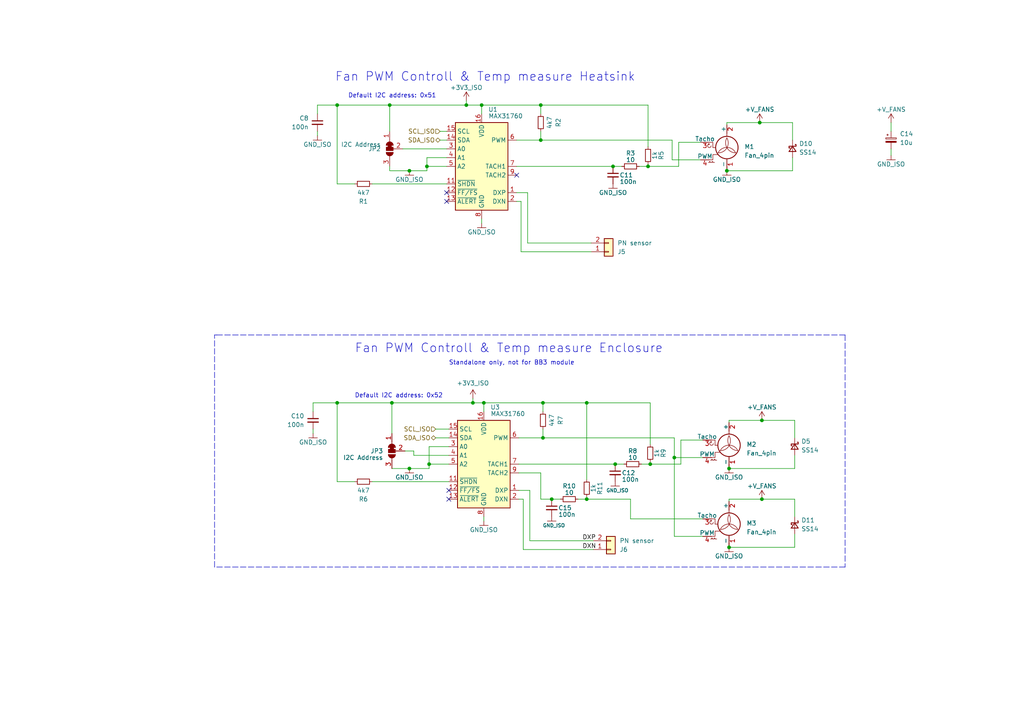
<source format=kicad_sch>
(kicad_sch (version 20230121) (generator eeschema)
  (paper "A4")
  (title_block (title "EL-Load-Power-MCU") (date "2024-02-04") (rev "${VERSION}r${PCBVERSION}"))
  (lib_symbols
    (symbol "Connector_Generic:Conn_01x02" (pin_names (offset 1.016) hide)
      (property "Reference" "J" (at 0 2.54 0))
      (property "Value" "Conn_01x02" (at 0 -5.08 0))
      (symbol "Conn_01x02_1_1"
        (rectangle (start -1.27 -2.413) (end 0 -2.667) (stroke (width 0.1524)))
        (rectangle (start -1.27 0.127) (end 0 -0.127) (stroke (width 0.1524)))
        (rectangle (start -1.27 1.27) (end 1.27 -3.81) (stroke (width 0.254)) (fill (type background)))
        (pin passive line (at -5.08 0 0) (length 3.81) (name "Pin_1") (number "1"))
        (pin passive line (at -5.08 -2.54 0) (length 3.81) (name "Pin_2") (number "2"))
      )
    )
    (symbol "Device:C_Polarized_Small" (pin_numbers hide) (pin_names (offset 0.254) hide)
      (property "Reference" "C" (at 0.254 1.778 0))
      (property "Value" "C_Polarized_Small" (at 0.254 -2.032 0))
      (symbol "C_Polarized_Small_0_1"
        (rectangle (start -1.524 -0.3048) (end 1.524 -0.6858) (fill (type outline)))
        (rectangle (start -1.524 0.6858) (end 1.524 0.3048))
        (polyline (pts (xy -1.27 1.524) (xy -0.762 1.524)))
        (polyline (pts (xy -1.016 1.27) (xy -1.016 1.778)))
      )
      (symbol "C_Polarized_Small_1_1"
        (pin passive line (at 0 2.54 270) (length 1.8542) (name "~") (number "1"))
        (pin passive line (at 0 -2.54 90) (length 1.8542) (name "~") (number "2"))
      )
    )
    (symbol "Device:C_Small" (pin_numbers hide) (pin_names (offset 0.254) hide)
      (property "Reference" "C" (at 0.254 1.778 0))
      (property "Value" "C_Small" (at 0.254 -2.032 0))
      (symbol "C_Small_0_1"
        (polyline (pts (xy -1.524 -0.508) (xy 1.524 -0.508)) (stroke (width 0.3302)))
        (polyline (pts (xy -1.524 0.508) (xy 1.524 0.508)) (stroke (width 0.3048)))
      )
      (symbol "C_Small_1_1"
        (pin passive line (at 0 2.54 270) (length 2.032) (name "~") (number "1"))
        (pin passive line (at 0 -2.54 90) (length 2.032) (name "~") (number "2"))
      )
    )
    (symbol "Device:D_Schottky_Small" (pin_numbers hide) (pin_names (offset 0.254) hide)
      (property "Reference" "D" (at -1.27 2.032 0))
      (property "Value" "D_Schottky_Small" (at -7.112 -2.032 0))
      (symbol "D_Schottky_Small_0_1"
        (polyline (pts (xy -0.762 0) (xy 0.762 0)))
        (polyline (pts (xy 0.762 -1.016) (xy -0.762 0) (xy 0.762 1.016) (xy 0.762 -1.016)) (stroke (width 0.254)))
        (polyline (pts (xy -1.27 0.762) (xy -1.27 1.016) (xy -0.762 1.016) (xy -0.762 -1.016) (xy -0.254 -1.016) (xy -0.254 -0.762)) (stroke (width 0.254)))
      )
      (symbol "D_Schottky_Small_1_1"
        (pin passive line (at -2.54 0 0) (length 1.778) (name "K") (number "1"))
        (pin passive line (at 2.54 0 180) (length 1.778) (name "A") (number "2"))
      )
    )
    (symbol "Device:R_Small" (pin_numbers hide) (pin_names (offset 0.254) hide)
      (property "Reference" "R" (at 0.762 0.508 0))
      (property "Value" "R_Small" (at 0.762 -1.016 0))
      (symbol "R_Small_0_1"
        (rectangle (start -0.762 1.778) (end 0.762 -1.778) (stroke (width 0.2032)))
      )
      (symbol "R_Small_1_1"
        (pin passive line (at 0 2.54 270) (length 0.762) (name "~") (number "1"))
        (pin passive line (at 0 -2.54 90) (length 0.762) (name "~") (number "2"))
      )
    )
    (symbol "EL-Load-Power:+3V3 ISO" (power) (pin_names (offset 0))
      (property "Value" "+3V3 ISO" (at 0 3.556 0))
      (symbol "+3V3 ISO_0_1"
        (polyline (pts (xy -0.762 1.27) (xy 0 2.54)))
        (polyline (pts (xy 0 0) (xy 0 2.54)))
        (polyline (pts (xy 0 2.54) (xy 0.762 1.27)))
      )
      (symbol "+3V3 ISO_1_1"
        (pin power_in line (at 0 0 90) (length 0) hide (name "+3V3_ISO") (number "1"))
      )
    )
    (symbol "EL-Load-Power:+V Fan" (power) (pin_names (offset 0))
      (property "Value" "+V Fan" (at 0 3.556 0))
      (symbol "+V Fan_0_1"
        (polyline (pts (xy -0.762 1.27) (xy 0 2.54)))
        (polyline (pts (xy 0 0) (xy 0 2.54)))
        (polyline (pts (xy 0 2.54) (xy 0.762 1.27)))
      )
      (symbol "+V Fan_1_1"
        (pin power_in line (at 0 0 90) (length 0) hide (name "+V_FANS") (number "1"))
      )
    )
    (symbol "EL-Load-Power:GND ISO" (power) (pin_names (offset 0))
      (property "Value" "GND ISO" (at 0 -3.81 0))
      (symbol "GND ISO_0_1"
        (polyline (pts (xy 0 0) (xy 0 -1.27) (xy 1.27 -1.27) (xy 0 -1.27) (xy -1.27 -1.27) (xy 0 -1.27)))
      )
      (symbol "GND ISO_1_1"
        (pin power_in line (at 0 0 270) (length 0) hide (name "GND_ISO") (number "1"))
      )
    )
    (symbol "EL-Load:MAX31760"
      (property "Reference" "U" (at -7.62 13.97 0))
      (property "Value" "MAX31760" (at 1.27 13.97 0))
      (symbol "MAX31760_0_0"
        (rectangle (start -7.62 12.7) (end 7.62 -12.7) (stroke (width 0.254)) (fill (type background)))
      )
      (symbol "MAX31760_1_1"
        (pin input line (at 10.16 -7.62 180) (length 2.54) (name "DXP") (number "1"))
        (pin no_connect line (at 10.16 2.54 180) (length 2.54) hide (name "N.C.") (number "10"))
        (pin input line (at -10.16 -5.08 0) (length 2.54) (name "~{SHDN}") (number "11"))
        (pin input line (at -10.16 -7.62 0) (length 2.54) (name "~{FF/FS}") (number "12"))
        (pin output line (at -10.16 -10.16 0) (length 2.54) (name "~{ALERT}") (number "13"))
        (pin bidirectional line (at -10.16 7.62 0) (length 2.54) (name "SDA") (number "14"))
        (pin input line (at -10.16 10.16 0) (length 2.54) (name "SCL") (number "15"))
        (pin power_in line (at 0 15.24 270) (length 2.54) (name "VDD") (number "16"))
        (pin input line (at 10.16 -10.16 180) (length 2.54) (name "DXN") (number "2"))
        (pin input line (at -10.16 5.08 0) (length 2.54) (name "A0") (number "3"))
        (pin input line (at -10.16 2.54 0) (length 2.54) (name "A1") (number "4"))
        (pin input line (at -10.16 0 0) (length 2.54) (name "A2") (number "5"))
        (pin output line (at 10.16 7.62 180) (length 2.54) (name "PWM") (number "6"))
        (pin passive line (at 10.16 0 180) (length 2.54) (name "TACH1") (number "7"))
        (pin input line (at 0 -15.24 90) (length 2.54) (name "GND") (number "8"))
        (pin input line (at 10.16 -2.54 180) (length 2.54) (name "TACH2") (number "9"))
      )
    )
    (symbol "Jumper:SolderJumper_3_Bridged12" (pin_names (offset 0) hide)
      (property "Reference" "JP" (at -2.54 -2.54 0))
      (property "Value" "SolderJumper_3_Bridged12" (at 0 2.794 0))
      (symbol "SolderJumper_3_Bridged12_0_1"
        (rectangle (start -1.016 0.508) (end -0.508 -0.508) (fill (type outline)))
        (arc (start -1.016 1.016) (mid -2.0276 0) (end -1.016 -1.016))
        (arc (start -1.016 1.016) (mid -2.0276 0) (end -1.016 -1.016) (fill (type outline)))
        (rectangle (start -0.508 1.016) (end 0.508 -1.016) (fill (type outline)))
        (polyline (pts (xy -2.54 0) (xy -2.032 0)))
        (polyline (pts (xy -1.016 1.016) (xy -1.016 -1.016)))
        (polyline (pts (xy 0 -1.27) (xy 0 -1.016)))
        (polyline (pts (xy 1.016 1.016) (xy 1.016 -1.016)))
        (polyline (pts (xy 2.54 0) (xy 2.032 0)))
        (arc (start 1.016 -1.016) (mid 2.0276 0) (end 1.016 1.016))
        (arc (start 1.016 -1.016) (mid 2.0276 0) (end 1.016 1.016) (fill (type outline)))
      )
      (symbol "SolderJumper_3_Bridged12_1_1"
        (pin passive line (at -5.08 0 0) (length 2.54) (name "A") (number "1"))
        (pin passive line (at 0 -3.81 90) (length 2.54) (name "C") (number "2"))
        (pin passive line (at 5.08 0 180) (length 2.54) (name "B") (number "3"))
      )
    )
    (symbol "Motor:Fan_4pin" (pin_names (offset 0))
      (property "Reference" "M" (at 2.54 5.08 0))
      (property "Value" "Fan_4pin" (at 2.54 -2.54 0))
      (symbol "Fan_4pin_0_0"
        (arc (start -5.588 1.524) (mid -5.08 1.0182) (end -4.572 1.524))
        (arc (start -5.08 2.032) (mid -5.4392 1.8832) (end -5.588 1.524))
        (polyline (pts (xy -5.08 2.032) (xy -5.334 2.159)))
        (polyline (pts (xy -5.08 2.032) (xy -5.207 1.778)))
        (polyline (pts (xy -4.064 2.54) (xy -4.064 1.016) (xy -3.302 1.016)))
      )
      (symbol "Fan_4pin_0_1"
        (arc (start -2.54 -0.508) (mid 0.0028 0.9121) (end 0 3.81))
        (polyline (pts (xy -4.064 2.54) (xy -5.08 2.54)))
        (polyline (pts (xy 0 -5.08) (xy 0 -4.572)))
        (polyline (pts (xy 0 -2.2352) (xy 0 -2.6416)))
        (polyline (pts (xy 0 4.2672) (xy 0 4.6228)))
        (polyline (pts (xy 0 4.572) (xy 0 5.08)))
        (polyline (pts (xy -2.54 -1.016) (xy -4.064 -1.016) (xy -4.064 -2.54) (xy -5.08 -2.54)))
        (polyline (pts (xy -5.334 -3.302) (xy -5.08 -3.302) (xy -5.08 -3.048) (xy -4.826 -3.048) (xy -4.826 -3.302) (xy -4.318 -3.302) (xy -4.318 -3.048) (xy -4.064 -3.048) (xy -4.064 -3.302) (xy -3.556 -3.302)))
        (circle (center 0 1.016) (radius 3.2512) (stroke (width 0.254)))
        (arc (start 0 3.81) (mid 0.053 0.921) (end 2.54 -0.508))
        (arc (start 2.54 -0.508) (mid 0 1.0618) (end -2.54 -0.508))
      )
      (symbol "Fan_4pin_1_1"
        (pin passive line (at 0 -5.08 90) (length 2.54) (name "-") (number "1"))
        (pin passive line (at 0 7.62 270) (length 2.54) (name "+") (number "2"))
        (pin passive line (at -7.62 2.54 0) (length 2.54) (name "Tacho") (number "3"))
        (pin input line (at -7.62 -2.54 0) (length 2.54) (name "PWM") (number "4"))
      )
    )
  )
  (junction (at 220.98 121.92))
  (junction (at 220.98 144.78))
  (junction (at 137.16 116.84))
  (junction (at 195.58 132.715))
  (junction (at 140.335 116.84))
  (junction (at 178.435 134.62))
  (junction (at 113.665 116.84))
  (junction (at 210.82 49.53))
  (junction (at 97.79 30.48))
  (junction (at 124.46 134.62))
  (junction (at 156.845 30.48))
  (junction (at 118.745 135.89))
  (junction (at 135.255 30.48))
  (junction (at 118.745 49.53))
  (junction (at 211.455 158.75))
  (junction (at 220.345 35.56))
  (junction (at 211.455 135.89))
  (junction (at 160.02 144.78))
  (junction (at 123.825 48.26))
  (junction (at 188.595 134.62))
  (junction (at 157.48 127))
  (junction (at 157.48 116.84))
  (junction (at 170.18 116.84))
  (junction (at 97.79 116.84))
  (junction (at 113.03 30.48))
  (junction (at 177.8 48.26))
  (junction (at 170.18 144.78))
  (junction (at 139.7 30.48))
  (junction (at 187.96 48.26))
  (junction (at 156.845 40.64))
  (no_connect (at 149.86 50.8))
  (no_connect (at 130.175 142.24))
  (no_connect (at 129.54 58.42))
  (no_connect (at 129.54 55.88))
  (no_connect (at 130.175 144.78))
  (wire (pts (xy 210.82 35.56) (xy 210.82 36.195)))
  (wire (pts (xy 229.87 49.53) (xy 229.87 45.72)))
  (wire (pts (xy 220.98 144.78) (xy 230.505 144.78)))
  (wire (pts (xy 123.825 49.53) (xy 123.825 48.26)))
  (wire (pts (xy 156.845 38.1) (xy 156.845 40.64)))
  (wire (pts (xy 167.64 144.78) (xy 170.18 144.78)))
  (wire (pts (xy 258.445 35.56) (xy 258.445 38.1)))
  (wire (pts (xy 211.455 135.89) (xy 230.505 135.89)))
  (wire (pts (xy 185.42 48.26) (xy 187.96 48.26)))
  (wire (pts (xy 124.46 134.62) (xy 130.175 134.62)))
  (wire (pts (xy 211.455 158.115) (xy 211.455 158.75)))
  (wire (pts (xy 203.835 150.495) (xy 182.88 150.495)))
  (polyline (pts (xy 62.865 97.155) (xy 245.11 97.155)) (stroke (width 0) (type dash)))
  (wire (pts (xy 90.805 124.46) (xy 90.805 125.73)))
  (wire (pts (xy 135.255 30.48) (xy 139.7 30.48)))
  (wire (pts (xy 188.595 134.62) (xy 197.485 134.62)))
  (wire (pts (xy 137.16 115.57) (xy 137.16 116.84)))
  (wire (pts (xy 156.845 144.78) (xy 156.845 137.16)))
  (wire (pts (xy 170.18 116.84) (xy 170.18 139.065)))
  (wire (pts (xy 130.175 129.54) (xy 124.46 129.54)))
  (wire (pts (xy 171.45 70.485) (xy 153.035 70.485)))
  (wire (pts (xy 139.7 30.48) (xy 139.7 33.02)))
  (wire (pts (xy 139.7 63.5) (xy 139.7 64.77)))
  (wire (pts (xy 135.255 29.21) (xy 135.255 30.48)))
  (wire (pts (xy 157.48 124.46) (xy 157.48 127)))
  (wire (pts (xy 196.85 41.275) (xy 203.2 41.275)))
  (wire (pts (xy 187.96 30.48) (xy 156.845 30.48)))
  (wire (pts (xy 97.79 53.34) (xy 97.79 30.48)))
  (wire (pts (xy 187.96 47.625) (xy 187.96 48.26)))
  (wire (pts (xy 124.46 135.89) (xy 124.46 134.62)))
  (wire (pts (xy 151.765 159.385) (xy 151.765 144.78)))
  (wire (pts (xy 230.505 121.92) (xy 230.505 127)))
  (wire (pts (xy 120.015 130.81) (xy 117.475 130.81)))
  (wire (pts (xy 92.075 30.48) (xy 97.79 30.48)))
  (polyline (pts (xy 245.11 97.155) (xy 245.11 164.465)) (stroke (width 0) (type dash)))
  (wire (pts (xy 127.635 38.1) (xy 129.54 38.1)))
  (wire (pts (xy 151.13 73.025) (xy 151.13 58.42)))
  (wire (pts (xy 229.87 35.56) (xy 229.87 40.64)))
  (wire (pts (xy 156.845 40.64) (xy 194.945 40.64)))
  (wire (pts (xy 150.495 134.62) (xy 178.435 134.62)))
  (wire (pts (xy 113.665 116.84) (xy 137.16 116.84)))
  (wire (pts (xy 92.075 38.1) (xy 92.075 39.37)))
  (wire (pts (xy 211.455 158.75) (xy 230.505 158.75)))
  (wire (pts (xy 187.96 30.48) (xy 187.96 42.545)))
  (wire (pts (xy 120.015 132.08) (xy 120.015 130.81)))
  (wire (pts (xy 196.85 48.26) (xy 196.85 41.275)))
  (wire (pts (xy 210.82 48.895) (xy 210.82 49.53)))
  (wire (pts (xy 151.13 58.42) (xy 149.86 58.42)))
  (wire (pts (xy 149.86 40.64) (xy 156.845 40.64)))
  (wire (pts (xy 149.86 48.26) (xy 177.8 48.26)))
  (wire (pts (xy 160.02 144.78) (xy 156.845 144.78)))
  (wire (pts (xy 197.485 134.62) (xy 197.485 127.635)))
  (wire (pts (xy 107.95 53.34) (xy 129.54 53.34)))
  (polyline (pts (xy 245.11 164.465) (xy 62.23 164.465)) (stroke (width 0) (type dash)))
  (wire (pts (xy 113.03 49.53) (xy 118.745 49.53)))
  (wire (pts (xy 160.02 144.78) (xy 162.56 144.78)))
  (polyline (pts (xy 62.23 97.155) (xy 62.865 97.155)))
  (wire (pts (xy 156.845 137.16) (xy 150.495 137.16)))
  (wire (pts (xy 149.86 55.88) (xy 153.035 55.88)))
  (wire (pts (xy 92.075 33.02) (xy 92.075 30.48)))
  (wire (pts (xy 151.765 144.78) (xy 150.495 144.78)))
  (wire (pts (xy 151.765 159.385) (xy 172.085 159.385)))
  (wire (pts (xy 203.835 132.715) (xy 195.58 132.715)))
  (wire (pts (xy 97.79 116.84) (xy 113.665 116.84)))
  (wire (pts (xy 90.805 119.38) (xy 90.805 116.84)))
  (wire (pts (xy 177.8 48.26) (xy 180.34 48.26)))
  (wire (pts (xy 97.79 53.34) (xy 102.87 53.34)))
  (wire (pts (xy 182.88 150.495) (xy 182.88 144.78)))
  (wire (pts (xy 211.455 144.78) (xy 220.98 144.78)))
  (wire (pts (xy 178.435 134.62) (xy 180.975 134.62)))
  (wire (pts (xy 210.82 35.56) (xy 220.345 35.56)))
  (wire (pts (xy 186.055 134.62) (xy 188.595 134.62)))
  (wire (pts (xy 113.665 116.84) (xy 113.665 125.73)))
  (wire (pts (xy 157.48 119.38) (xy 157.48 116.84)))
  (wire (pts (xy 211.455 121.92) (xy 220.98 121.92)))
  (wire (pts (xy 113.03 30.48) (xy 135.255 30.48)))
  (wire (pts (xy 97.79 139.7) (xy 97.79 116.84)))
  (wire (pts (xy 90.805 116.84) (xy 97.79 116.84)))
  (wire (pts (xy 150.495 127) (xy 157.48 127)))
  (wire (pts (xy 140.335 116.84) (xy 140.335 119.38)))
  (wire (pts (xy 113.03 30.48) (xy 113.03 38.1)))
  (wire (pts (xy 195.58 155.575) (xy 203.835 155.575)))
  (wire (pts (xy 126.365 124.46) (xy 130.175 124.46)))
  (wire (pts (xy 188.595 133.985) (xy 188.595 134.62)))
  (wire (pts (xy 153.035 70.485) (xy 153.035 55.88)))
  (wire (pts (xy 150.495 142.24) (xy 153.67 142.24)))
  (wire (pts (xy 156.845 30.48) (xy 139.7 30.48)))
  (wire (pts (xy 195.58 132.715) (xy 195.58 127)))
  (wire (pts (xy 123.825 45.72) (xy 123.825 48.26)))
  (wire (pts (xy 116.84 43.18) (xy 129.54 43.18)))
  (wire (pts (xy 97.79 30.48) (xy 113.03 30.48)))
  (wire (pts (xy 97.79 139.7) (xy 102.87 139.7)))
  (wire (pts (xy 118.745 49.53) (xy 123.825 49.53)))
  (wire (pts (xy 113.03 48.26) (xy 113.03 49.53)))
  (wire (pts (xy 230.505 158.75) (xy 230.505 154.94)))
  (wire (pts (xy 197.485 127.635) (xy 203.835 127.635)))
  (wire (pts (xy 113.665 135.89) (xy 118.745 135.89)))
  (wire (pts (xy 126.365 127) (xy 130.175 127)))
  (wire (pts (xy 210.82 49.53) (xy 229.87 49.53)))
  (wire (pts (xy 127.635 40.64) (xy 129.54 40.64)))
  (wire (pts (xy 194.945 46.355) (xy 194.945 40.64)))
  (wire (pts (xy 211.455 144.78) (xy 211.455 145.415)))
  (wire (pts (xy 140.335 116.84) (xy 157.48 116.84)))
  (wire (pts (xy 195.58 132.715) (xy 195.58 155.575)))
  (wire (pts (xy 182.88 144.78) (xy 170.18 144.78)))
  (wire (pts (xy 118.745 135.89) (xy 124.46 135.89)))
  (wire (pts (xy 220.98 121.92) (xy 230.505 121.92)))
  (wire (pts (xy 187.96 48.26) (xy 196.85 48.26)))
  (wire (pts (xy 188.595 116.84) (xy 188.595 128.905)))
  (wire (pts (xy 151.13 73.025) (xy 171.45 73.025)))
  (polyline (pts (xy 62.23 164.465) (xy 62.23 97.155)) (stroke (width 0) (type dash)))
  (wire (pts (xy 211.455 135.255) (xy 211.455 135.89)))
  (wire (pts (xy 140.335 149.86) (xy 140.335 151.13)))
  (wire (pts (xy 203.2 46.355) (xy 194.945 46.355)))
  (wire (pts (xy 124.46 129.54) (xy 124.46 134.62)))
  (wire (pts (xy 137.16 116.84) (xy 140.335 116.84)))
  (wire (pts (xy 220.345 35.56) (xy 229.87 35.56)))
  (wire (pts (xy 129.54 45.72) (xy 123.825 45.72)))
  (wire (pts (xy 153.67 156.845) (xy 153.67 142.24)))
  (wire (pts (xy 170.18 144.145) (xy 170.18 144.78)))
  (wire (pts (xy 157.48 127) (xy 195.58 127)))
  (wire (pts (xy 107.95 139.7) (xy 130.175 139.7)))
  (wire (pts (xy 172.085 156.845) (xy 153.67 156.845)))
  (wire (pts (xy 170.18 116.84) (xy 157.48 116.84)))
  (wire (pts (xy 123.825 48.26) (xy 129.54 48.26)))
  (wire (pts (xy 156.845 33.02) (xy 156.845 30.48)))
  (wire (pts (xy 188.595 116.84) (xy 170.18 116.84)))
  (wire (pts (xy 230.505 144.78) (xy 230.505 149.86)))
  (wire (pts (xy 130.175 132.08) (xy 120.015 132.08)))
  (wire (pts (xy 211.455 121.92) (xy 211.455 122.555)))
  (wire (pts (xy 258.445 43.18) (xy 258.445 45.085)))
  (wire (pts (xy 230.505 135.89) (xy 230.505 132.08)))
  (text "Fan PWM Controll & Temp measure Heatsink\n\n" (at 97.155 27.94 0) (effects (font (size 2.54 2.54)) (justify left bottom)))
  (text "Standalone only, not for BB3 module" (at 130.175 106.045 0) (effects (font (size 1.27 1.27)) (justify left bottom)))
  (text "Fan PWM Controll & Temp measure Enclosure\n " (at 102.87 106.68 0) (effects (font (size 2.54 2.54)) (justify left bottom)))
  (text "Default I2C address: 0x51" (at 100.965 28.575 0) (effects (font (size 1.27 1.27)) (justify left bottom)))
  (text "Default I2C address: 0x52" (at 102.87 115.57 0) (effects (font (size 1.27 1.27)) (justify left bottom)))
  (label "DXN" (at 168.91 159.385 0))
  (label "DXP" (at 168.91 156.845 0))
  (hierarchical_label "SDA_ISO" (shape bidirectional) (at 126.365 127 180))
  (hierarchical_label "SDA_ISO" (shape bidirectional) (at 127.635 40.64 180))
  (hierarchical_label "SCL_ISO" (shape input) (at 126.365 124.46 180))
  (hierarchical_label "SCL_ISO" (shape input) (at 127.635 38.1 180))
  (symbol (lib_id "EL-Load-Power:GND ISO") (at 211.455 158.75 0) (unit 1)
    (property "Reference" "#PWR?" (effects hide))
    (property "Value" "GND ISO" (at 211.455 161.29 0))
    (instances (project "EL-Load-Power-MCU" (path "" (reference "#PWR?") (unit 1)) (path "" (reference "#PWR061") (unit 1))))
  )
  (symbol (lib_id "Jumper:SolderJumper_3_Bridged12") (at 113.03 43.18 90) (mirror x) (unit 1) (in_bom no)
    (property "Reference" "JP2" (at 110.49 43.18 90) (effects (justify left)))
    (property "Value" "I2C Address" (at 110.49 41.91 90) (effects (justify left)))
    (property "Footprint" "Jumper:SolderJumper-3_P1.3mm_Bridged2Bar12_RoundedPad1.0x1.5mm" (effects hide))
    (instances (project "EL-Load-Power-MCU" (path "" (reference "JP2") (unit 1))) (project "EL-Load-Analog" (path "" (reference "JP1") (unit 1))) (project "EL-Load-Fan-Controller" (path "" (reference "JP1") (unit 1))))
  )
  (symbol (lib_id "EL-Load-Power:GND ISO") (at 177.8 53.34 0) (unit 1)
    (property "Reference" "#PWR?" (effects hide))
    (property "Value" "GND ISO" (at 177.8 55.88 0))
    (instances (project "EL-Load-Power-MCU" (path "" (reference "#PWR?") (unit 1)) (path "" (reference "#PWR053") (unit 1))))
  )
  (symbol (lib_id "Device:C_Small") (at 178.435 137.16 0) (unit 1)
    (property "Reference" "C12" (at 180.34 137.1538 0) (effects (justify left)))
    (property "Value" "100n" (at 180.34 139.065 0) (effects (justify left)))
    (property "Footprint" "Capacitor_SMD:C_0805_2012Metric" (effects hide))
    (property "Part_Name" "C_100.0nF_50V_0805_10%" (effects hide))
    (instances (project "EL-Load-Power-MCU" (path "" (reference "C12") (unit 1))) (project "EL-Load-Analog" (path "" (reference "C7") (unit 1))) (project "EL-Load-Fan-Controller" (path "" (reference "C3") (unit 1))))
  )
  (symbol (lib_id "EL-Load-Power:+3V3 ISO") (at 137.16 115.57 0) (unit 1)
    (property "Reference" "#PWR057" (effects hide))
    (property "Value" "+3V3 ISO" (at 137.16 111.125 0))
  )
  (symbol (lib_id "Device:R_Small") (at 157.48 121.92 0) (unit 1)
    (property "Reference" "R7" (at 162.56 121.92 90))
    (property "Value" "4k7" (at 160.02 121.92 90))
    (property "Footprint" "Resistor_SMD:R_0805_2012Metric_Pad1.20x1.40mm_HandSolder" (effects hide))
    (property "Part_Name" "R_4.7kΩ_0805_1% " (effects hide))
    (instances (project "EL-Load-Power-MCU" (path "" (reference "R7") (unit 1))) (project "EL-Load-Analog" (path "" (reference "R6") (unit 1))) (project "EL-Load-Fan-Controller" (path "" (reference "R2") (unit 1))))
  )
  (symbol (lib_id "Device:R_Small") (at 105.41 53.34 270) (unit 1)
    (property "Reference" "R1" (at 105.41 58.42 90))
    (property "Value" "4k7" (at 105.41 55.88 90))
    (property "Footprint" "Resistor_SMD:R_0805_2012Metric_Pad1.20x1.40mm_HandSolder" (effects hide))
    (property "Part_Name" "R_4.7kΩ_0805_1% " (effects hide))
    (instances (project "EL-Load-Power-MCU" (path "" (reference "R1") (unit 1))) (project "EL-Load-Analog" (path "" (reference "R3") (unit 1))) (project "EL-Load-Fan-Controller" (path "" (reference "R1") (unit 1))))
  )
  (symbol (lib_id "EL-Load-Power:GND ISO") (at 139.7 64.77 0) (unit 1)
    (property "Reference" "#PWR?" (effects hide))
    (property "Value" "GND ISO" (at 139.7 67.31 0))
    (instances (project "EL-Load-Power-MCU" (path "" (reference "#PWR?") (unit 1)) (path "" (reference "#PWR077") (unit 1))))
  )
  (symbol (lib_id "Device:R_Small") (at 105.41 139.7 270) (unit 1)
    (property "Reference" "R6" (at 105.41 144.78 90))
    (property "Value" "4k7" (at 105.41 142.24 90))
    (property "Footprint" "Resistor_SMD:R_0805_2012Metric_Pad1.20x1.40mm_HandSolder" (effects hide))
    (property "Part_Name" "R_4.7kΩ_0805_1% " (effects hide))
    (instances (project "EL-Load-Power-MCU" (path "" (reference "R6") (unit 1))) (project "EL-Load-Analog" (path "" (reference "R3") (unit 1))) (project "EL-Load-Fan-Controller" (path "" (reference "R1") (unit 1))))
  )
  (symbol (lib_id "EL-Load-Power:+V Fan") (at 220.98 121.92 0) (unit 1)
    (property "Reference" "#PWR087" (effects hide))
    (property "Value" "+V Fan" (at 220.98 118.11 0))
    (instances (project "EL-Load-Power-MCU" (path "" (reference "#PWR087") (unit 1)) (path "" (reference "#PWR045") (unit 1))))
  )
  (symbol (lib_id "Connector_Generic:Conn_01x02") (at 176.53 73.025 0) (mirror x) (unit 1)
    (property "Reference" "J5" (at 179.07 73.025 0) (effects (justify left)))
    (property "Value" "PN sensor" (at 179.07 70.485 0) (effects (justify left)))
    (property "Footprint" "Connector_PinHeader_2.54mm:PinHeader_1x02_P2.54mm_Vertical" (effects hide))
    (property "Part_Name" "H_Male_1x40_vertical_THT " (effects hide))
    (property "Consumable" "1" (effects hide))
    (instances (project "EL-Load-Power-MCU" (path "" (reference "J5") (unit 1))) (project "EL-Load-Fan-Controller" (path "" (reference "J2") (unit 1))))
  )
  (symbol (lib_id "EL-Load-Power:+V Fan") (at 220.98 144.78 0) (unit 1)
    (property "Reference" "#PWR087" (effects hide))
    (property "Value" "+V Fan" (at 220.98 140.97 0))
    (instances (project "EL-Load-Power-MCU" (path "" (reference "#PWR087") (unit 1)) (path "" (reference "#PWR090") (unit 1))))
  )
  (symbol (lib_id "EL-Load-Power:GND ISO") (at 211.455 135.89 0) (unit 1)
    (property "Reference" "#PWR?" (effects hide))
    (property "Value" "GND ISO" (at 211.455 138.43 0))
    (instances (project "EL-Load-Power-MCU" (path "" (reference "#PWR?") (unit 1)) (path "" (reference "#PWR076") (unit 1))))
  )
  (symbol (lib_id "Device:R_Small") (at 170.18 141.605 0) (unit 1)
    (property "Reference" "R11" (at 173.99 141.605 90))
    (property "Value" "1k" (at 172.085 141.605 90))
    (property "Footprint" "Resistor_SMD:R_0805_2012Metric_Pad1.20x1.40mm_HandSolder" (effects hide))
    (property "Part_Name" "R_1.0kΩ_0805_1%" (effects hide))
    (instances (project "EL-Load-Power-MCU" (path "" (reference "R11") (unit 1))) (project "EL-Load-Analog" (path "" (reference "R4") (unit 1))) (project "EL-Load-Fan-Controller" (path "" (reference "R4") (unit 1))))
  )
  (symbol (lib_id "EL-Load:MAX31760") (at 140.335 134.62 0) (unit 1)
    (property "Reference" "U3" (at 142.24 118.11 0) (effects (justify left)))
    (property "Value" "MAX31760" (at 142.2909 120.015 0) (effects (justify left)))
    (property "Footprint" "Package_SO:QSOP-16_3.9x4.9mm_P0.635mm" (effects hide))
    (property "Part_Name" "U_MAX31760AEE+T" (effects hide))
    (instances (project "EL-Load-Power-MCU" (path "" (reference "U3") (unit 1))) (project "EL-Load-Analog" (path "" (reference "U2") (unit 1))) (project "EL-Load-Fan-Controller" (path "" (reference "U1") (unit 1))))
  )
  (symbol (lib_id "Device:R_Small") (at 183.515 134.62 90) (unit 1)
    (property "Reference" "R8" (at 183.515 130.81 90))
    (property "Value" "10" (at 183.515 132.715 90))
    (property "Footprint" "Resistor_SMD:R_0805_2012Metric_Pad1.20x1.40mm_HandSolder" (effects hide))
    (property "Part_Name" "R_10.0Ω_0805_1% " (effects hide))
    (instances (project "EL-Load-Power-MCU" (path "" (reference "R8") (unit 1))) (project "EL-Load-Analog" (path "" (reference "R5") (unit 1))) (project "EL-Load-Fan-Controller" (path "" (reference "R3") (unit 1))))
  )
  (symbol (lib_id "Device:R_Small") (at 156.845 35.56 0) (unit 1)
    (property "Reference" "R2" (at 161.925 35.56 90))
    (property "Value" "4k7" (at 159.385 35.56 90))
    (property "Footprint" "Resistor_SMD:R_0805_2012Metric_Pad1.20x1.40mm_HandSolder" (effects hide))
    (property "Part_Name" "R_4.7kΩ_0805_1% " (effects hide))
    (instances (project "EL-Load-Power-MCU" (path "" (reference "R2") (unit 1))) (project "EL-Load-Analog" (path "" (reference "R6") (unit 1))) (project "EL-Load-Fan-Controller" (path "" (reference "R2") (unit 1))))
  )
  (symbol (lib_id "EL-Load-Power:GND ISO") (at 140.335 151.13 0) (unit 1)
    (property "Reference" "#PWR?" (effects hide))
    (property "Value" "GND ISO" (at 140.335 153.67 0))
    (instances (project "EL-Load-Power-MCU" (path "" (reference "#PWR?") (unit 1)) (path "" (reference "#PWR078") (unit 1))))
  )
  (symbol (lib_id "EL-Load-Power:GND ISO") (at 210.82 49.53 0) (unit 1)
    (property "Reference" "#PWR?" (effects hide))
    (property "Value" "GND ISO" (at 210.82 52.07 0))
    (instances (project "EL-Load-Power-MCU" (path "" (reference "#PWR?") (unit 1)) (path "" (reference "#PWR075") (unit 1))))
  )
  (symbol (lib_id "Jumper:SolderJumper_3_Bridged12") (at 113.665 130.81 90) (mirror x) (unit 1) (in_bom no)
    (property "Reference" "JP3" (at 111.125 130.81 90) (effects (justify left)))
    (property "Value" "I2C Address" (at 111.125 132.715 90) (effects (justify left)))
    (property "Footprint" "Jumper:SolderJumper-3_P1.3mm_Bridged2Bar12_RoundedPad1.0x1.5mm" (effects hide))
    (instances (project "EL-Load-Power-MCU" (path "" (reference "JP3") (unit 1))) (project "EL-Load-Analog" (path "" (reference "JP1") (unit 1))) (project "EL-Load-Fan-Controller" (path "" (reference "JP1") (unit 1))))
  )
  (symbol (lib_id "Device:C_Small") (at 92.075 35.56 0) (mirror y) (unit 1)
    (property "Reference" "C8" (at 89.535 34.2962 0) (effects (justify left)))
    (property "Value" "100n" (at 89.535 36.8362 0) (effects (justify left)))
    (property "Footprint" "Capacitor_SMD:C_0805_2012Metric" (effects hide))
    (property "Part_Name" "C_100.0nF_50V_0805_10%" (effects hide))
    (instances (project "EL-Load-Power-MCU" (path "" (reference "C8") (unit 1))) (project "EL-Load-Analog" (path "" (reference "C5") (unit 1))) (project "EL-Load-Fan-Controller" (path "" (reference "C1") (unit 1))))
  )
  (symbol (lib_id "Device:R_Small") (at 182.88 48.26 90) (unit 1)
    (property "Reference" "R3" (at 182.88 44.45 90))
    (property "Value" "10" (at 182.88 46.355 90))
    (property "Footprint" "Resistor_SMD:R_0805_2012Metric_Pad1.20x1.40mm_HandSolder" (effects hide))
    (property "Part_Name" "R_10.0Ω_0805_1% " (effects hide))
    (instances (project "EL-Load-Power-MCU" (path "" (reference "R3") (unit 1))) (project "EL-Load-Analog" (path "" (reference "R5") (unit 1))) (project "EL-Load-Fan-Controller" (path "" (reference "R3") (unit 1))))
  )
  (symbol (lib_id "EL-Load-Power:+V Fan") (at 220.345 35.56 0) (unit 1)
    (property "Reference" "#PWR087" (effects hide))
    (property "Value" "+V Fan" (at 220.345 31.75 0))
    (instances (project "EL-Load-Power-MCU" (path "" (reference "#PWR087") (unit 1)) (path "" (reference "#PWR089") (unit 1))))
  )
  (symbol (lib_id "Device:R_Small") (at 188.595 131.445 0) (unit 1)
    (property "Reference" "R9" (at 192.405 131.445 90))
    (property "Value" "1k" (at 190.5 131.445 90))
    (property "Footprint" "Resistor_SMD:R_0805_2012Metric_Pad1.20x1.40mm_HandSolder" (effects hide))
    (property "Part_Name" "R_1.0kΩ_0805_1%" (effects hide))
    (instances (project "EL-Load-Power-MCU" (path "" (reference "R9") (unit 1))) (project "EL-Load-Analog" (path "" (reference "R4") (unit 1))) (project "EL-Load-Fan-Controller" (path "" (reference "R4") (unit 1))))
  )
  (symbol (lib_id "Device:D_Schottky_Small") (at 230.505 152.4 270) (unit 1)
    (property "Reference" "D11" (at 232.41 150.876 90) (effects (justify left)))
    (property "Value" "SS14" (at 232.41 153.416 90) (effects (justify left)))
    (property "Footprint" "Diode_SMD:D_SMA" (effects hide))
    (property "Part_Name" "D_SS14" (effects hide))
    (instances (project "EL-Load-Power-MCU" (path "" (reference "D11") (unit 1))) (project "EL-Load-Analog" (path "" (reference "D1") (unit 1))) (project "EL-Load-Fan-Controller" (path "" (reference "D1") (unit 1))))
  )
  (symbol (lib_id "Device:R_Small") (at 165.1 144.78 90) (unit 1)
    (property "Reference" "R10" (at 165.1 140.97 90))
    (property "Value" "10" (at 165.1 142.875 90))
    (property "Footprint" "Resistor_SMD:R_0805_2012Metric_Pad1.20x1.40mm_HandSolder" (effects hide))
    (property "Part_Name" "R_10.0Ω_0805_1% " (effects hide))
    (instances (project "EL-Load-Power-MCU" (path "" (reference "R10") (unit 1))) (project "EL-Load-Analog" (path "" (reference "R5") (unit 1))) (project "EL-Load-Fan-Controller" (path "" (reference "R3") (unit 1))))
  )
  (symbol (lib_id "Device:C_Small") (at 90.805 121.92 0) (mirror y) (unit 1)
    (property "Reference" "C10" (at 88.265 120.6562 0) (effects (justify left)))
    (property "Value" "100n" (at 88.265 123.1962 0) (effects (justify left)))
    (property "Footprint" "Capacitor_SMD:C_0805_2012Metric" (effects hide))
    (property "Part_Name" "C_100.0nF_50V_0805_10%" (effects hide))
    (instances (project "EL-Load-Power-MCU" (path "" (reference "C10") (unit 1))) (project "EL-Load-Analog" (path "" (reference "C5") (unit 1))) (project "EL-Load-Fan-Controller" (path "" (reference "C1") (unit 1))))
  )
  (symbol (lib_id "EL-Load-Power:GND ISO") (at 258.445 45.085 0) (unit 1)
    (property "Reference" "#PWR?" (effects hide))
    (property "Value" "GND ISO" (at 258.445 47.625 0))
    (instances (project "EL-Load-Power-MCU" (path "" (reference "#PWR?") (unit 1)) (path "" (reference "#PWR064") (unit 1))))
  )
  (symbol (lib_id "Device:D_Schottky_Small") (at 230.505 129.54 270) (unit 1)
    (property "Reference" "D5" (at 232.41 128.016 90) (effects (justify left)))
    (property "Value" "SS14" (at 232.41 130.556 90) (effects (justify left)))
    (property "Footprint" "Diode_SMD:D_SMA" (effects hide))
    (property "Part_Name" "D_SS14" (effects hide))
    (instances (project "EL-Load-Power-MCU" (path "" (reference "D5") (unit 1))) (project "EL-Load-Analog" (path "" (reference "D1") (unit 1))) (project "EL-Load-Fan-Controller" (path "" (reference "D1") (unit 1))))
  )
  (symbol (lib_id "Device:D_Schottky_Small") (at 229.87 43.18 270) (unit 1)
    (property "Reference" "D10" (at 231.775 41.656 90) (effects (justify left)))
    (property "Value" "SS14" (at 231.775 44.196 90) (effects (justify left)))
    (property "Footprint" "Diode_SMD:D_SMA" (effects hide))
    (property "Part_Name" "D_SS14" (effects hide))
    (instances (project "EL-Load-Power-MCU" (path "" (reference "D10") (unit 1))) (project "EL-Load-Analog" (path "" (reference "D1") (unit 1))) (project "EL-Load-Fan-Controller" (path "" (reference "D1") (unit 1))))
  )
  (symbol (lib_id "EL-Load-Power:GND ISO") (at 118.745 135.89 0) (unit 1)
    (property "Reference" "#PWR?" (effects hide))
    (property "Value" "GND ISO" (at 118.745 138.43 0))
    (instances (project "EL-Load-Power-MCU" (path "" (reference "#PWR?") (unit 1)) (path "" (reference "#PWR070") (unit 1))))
  )
  (symbol (lib_id "Connector_Generic:Conn_01x02") (at 177.165 159.385 0) (mirror x) (unit 1)
    (property "Reference" "J6" (at 179.705 159.385 0) (effects (justify left)))
    (property "Value" "PN sensor" (at 179.705 156.845 0) (effects (justify left)))
    (property "Footprint" "Connector_PinHeader_2.54mm:PinHeader_1x02_P2.54mm_Vertical" (effects hide))
    (property "Part_Name" "H_Male_1x40_vertical_THT " (effects hide))
    (property "Consumable" "1" (effects hide))
    (instances (project "EL-Load-Power-MCU" (path "" (reference "J6") (unit 1))) (project "EL-Load-Fan-Controller" (path "" (reference "J2") (unit 1))))
  )
  (symbol (lib_id "EL-Load-Power:GND ISO") (at 178.435 139.7 0) (unit 1)
    (property "Reference" "#PWR?" (effects hide))
    (property "Value" "GND ISO" (at 179.07 142.24 0) (effects (font (size 1 1))))
    (instances (project "EL-Load-Power-MCU" (path "" (reference "#PWR?") (unit 1)) (path "" (reference "#PWR054") (unit 1))))
  )
  (symbol (lib_id "Motor:Fan_4pin") (at 210.82 43.815 0) (unit 1)
    (property "Reference" "M1" (at 215.9 42.545 0) (effects (justify left)))
    (property "Value" "Fan_4pin" (at 215.9 45.085 0) (effects (justify left)))
    (property "Footprint" "Connector:FanPinHeader_1x04_P2.54mm_Vertical" (effects hide))
    (property "Datasheet" "http://www.formfactors.org/developer%5Cspecs%5Crev1_2_public.pdf" (effects hide))
    (property "Part_Name" "H_Molex_47053-1000_THT_PC_Fan" (effects hide))
  )
  (symbol (lib_id "EL-Load-Power:GND ISO") (at 160.02 149.86 0) (unit 1)
    (property "Reference" "#PWR?" (effects hide))
    (property "Value" "GND ISO" (at 160.655 152.4 0) (effects (font (size 1 1))))
    (instances (project "EL-Load-Power-MCU" (path "" (reference "#PWR?") (unit 1)) (path "" (reference "#PWR055") (unit 1))))
  )
  (symbol (lib_id "Device:R_Small") (at 187.96 45.085 0) (unit 1)
    (property "Reference" "R5" (at 191.77 45.085 90))
    (property "Value" "1k" (at 189.865 45.085 90))
    (property "Footprint" "Resistor_SMD:R_0805_2012Metric_Pad1.20x1.40mm_HandSolder" (effects hide))
    (property "Part_Name" "R_1.0kΩ_0805_1%" (effects hide))
    (instances (project "EL-Load-Power-MCU" (path "" (reference "R5") (unit 1))) (project "EL-Load-Analog" (path "" (reference "R4") (unit 1))) (project "EL-Load-Fan-Controller" (path "" (reference "R4") (unit 1))))
  )
  (symbol (lib_id "EL-Load-Power:GND ISO") (at 92.075 39.37 0) (unit 1)
    (property "Reference" "#PWR?" (effects hide))
    (property "Value" "GND ISO" (at 92.075 41.91 0))
    (instances (project "EL-Load-Power-MCU" (path "" (reference "#PWR?") (unit 1)) (path "" (reference "#PWR040") (unit 1))))
  )
  (symbol (lib_id "EL-Load-Power:GND ISO") (at 90.805 125.73 0) (unit 1)
    (property "Reference" "#PWR?" (effects hide))
    (property "Value" "GND ISO" (at 90.805 128.27 0))
    (instances (project "EL-Load-Power-MCU" (path "" (reference "#PWR?") (unit 1)) (path "" (reference "#PWR067") (unit 1))))
  )
  (symbol (lib_id "EL-Load-Power:+3V3 ISO") (at 135.255 29.21 0) (unit 1)
    (property "Reference" "#PWR058" (effects hide))
    (property "Value" "+3V3 ISO" (at 135.255 25.4 0))
  )
  (symbol (lib_id "EL-Load-Power:+V Fan") (at 258.445 35.56 0) (unit 1)
    (property "Reference" "#PWR087" (effects hide))
    (property "Value" "+V Fan" (at 258.445 31.75 0))
    (instances (project "EL-Load-Power-MCU" (path "" (reference "#PWR087") (unit 1)) (path "" (reference "#PWR091") (unit 1))))
  )
  (symbol (lib_id "Motor:Fan_4pin") (at 211.455 153.035 0) (unit 1)
    (property "Reference" "M3" (at 216.535 151.765 0) (effects (justify left)))
    (property "Value" "Fan_4pin" (at 216.535 154.305 0) (effects (justify left)))
    (property "Footprint" "Connector:FanPinHeader_1x04_P2.54mm_Vertical" (effects hide))
    (property "Datasheet" "http://www.formfactors.org/developer%5Cspecs%5Crev1_2_public.pdf" (effects hide))
    (property "Part_Name" "H_Molex_47053-1000_THT_PC_Fan" (effects hide))
  )
  (symbol (lib_id "EL-Load:MAX31760") (at 139.7 48.26 0) (unit 1)
    (property "Reference" "U1" (at 141.605 31.75 0) (effects (justify left)))
    (property "Value" "MAX31760" (at 141.6559 33.655 0) (effects (justify left)))
    (property "Footprint" "Package_SO:QSOP-16_3.9x4.9mm_P0.635mm" (effects hide))
    (property "Part_Name" "U_MAX31760AEE+T" (effects hide))
    (instances (project "EL-Load-Power-MCU" (path "" (reference "U1") (unit 1))) (project "EL-Load-Analog" (path "" (reference "U2") (unit 1))) (project "EL-Load-Fan-Controller" (path "" (reference "U1") (unit 1))))
  )
  (symbol (lib_id "Device:C_Polarized_Small") (at 258.445 40.64 0) (unit 1)
    (property "Reference" "C14" (at 260.985 38.8238 0) (effects (justify left)))
    (property "Value" "10u" (at 260.985 41.3638 0) (effects (justify left)))
    (property "Footprint" "Capacitor_SMD:CP_Elec_6.3x5.8" (effects hide))
    (property "Part_Name" "C_47u_35V_Elec_6.3_20%" (effects hide))
    (property "MPN" "EEE-FK1V470P" (effects hide))
    (instances (project "EL-Load-Power-MCU" (path "" (reference "C14") (unit 1))) (project "EL-Load-Analog" (path "" (reference "C9") (unit 1))) (project "EL-Load-Fan-Controller" (path "" (reference "C5") (unit 1))))
  )
  (symbol (lib_id "Device:C_Small") (at 177.8 50.8 0) (unit 1)
    (property "Reference" "C11" (at 179.705 50.7938 0) (effects (justify left)))
    (property "Value" "100n" (at 179.705 52.705 0) (effects (justify left)))
    (property "Footprint" "Capacitor_SMD:C_0805_2012Metric" (effects hide))
    (property "Part_Name" "C_100.0nF_50V_0805_10%" (effects hide))
    (instances (project "EL-Load-Power-MCU" (path "" (reference "C11") (unit 1))) (project "EL-Load-Analog" (path "" (reference "C7") (unit 1))) (project "EL-Load-Fan-Controller" (path "" (reference "C3") (unit 1))))
  )
  (symbol (lib_id "Motor:Fan_4pin") (at 211.455 130.175 0) (unit 1)
    (property "Reference" "M2" (at 216.535 128.905 0) (effects (justify left)))
    (property "Value" "Fan_4pin" (at 216.535 131.445 0) (effects (justify left)))
    (property "Footprint" "Connector:FanPinHeader_1x04_P2.54mm_Vertical" (effects hide))
    (property "Datasheet" "http://www.formfactors.org/developer%5Cspecs%5Crev1_2_public.pdf" (effects hide))
    (property "Part_Name" "H_Molex_47053-1000_THT_PC_Fan" (effects hide))
  )
  (symbol (lib_id "EL-Load-Power:GND ISO") (at 118.745 49.53 0) (unit 1)
    (property "Reference" "#PWR?" (effects hide))
    (property "Value" "GND ISO" (at 118.745 52.07 0))
    (instances (project "EL-Load-Power-MCU" (path "" (reference "#PWR?") (unit 1)) (path "" (reference "#PWR062") (unit 1))))
  )
  (symbol (lib_id "Device:C_Small") (at 160.02 147.32 0) (unit 1)
    (property "Reference" "C15" (at 161.925 147.3138 0) (effects (justify left)))
    (property "Value" "100n" (at 161.925 149.225 0) (effects (justify left)))
    (property "Footprint" "Capacitor_SMD:C_0805_2012Metric" (effects hide))
    (property "Part_Name" "C_100.0nF_50V_0805_10%" (effects hide))
    (instances (project "EL-Load-Power-MCU" (path "" (reference "C15") (unit 1))) (project "EL-Load-Analog" (path "" (reference "C7") (unit 1))) (project "EL-Load-Fan-Controller" (path "" (reference "C3") (unit 1))))
  )
)
</source>
